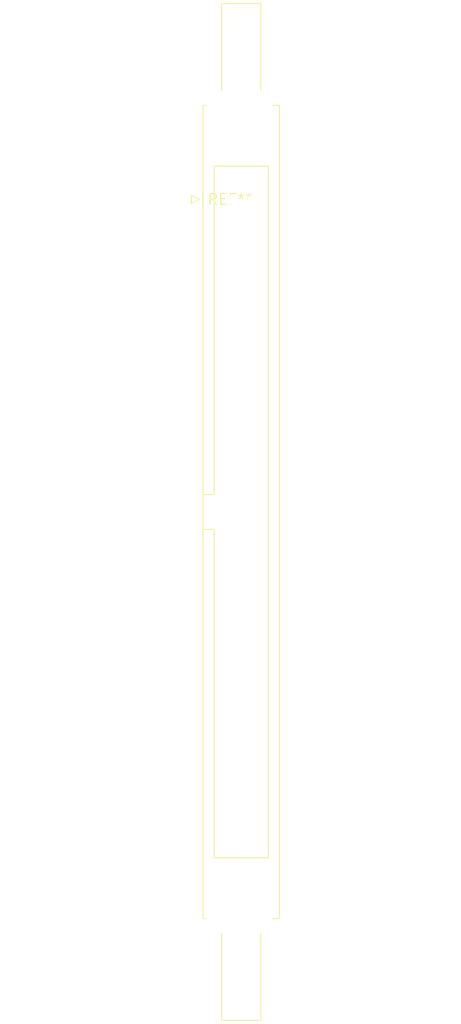
<source format=kicad_pcb>
(kicad_pcb (version 20240108) (generator pcbnew)
  (layers (0 "F.Cu" signal) (31 "B.Cu" signal) (34 "B.Paste" user) (35 "F.Paste" user) (36 "B.SilkS" user "B.Silkscreen") (37 "F.SilkS" user "F.Silkscreen") (38 "B.Mask" user) (39 "F.Mask" user) (44 "Edge.Cuts" user))
  (net 0 "")
  (footprint "IDC-Header_2x30-1MP_P2.54mm_Latch12.0mm_Vertical" (layer "F.Cu") (at 0 0)
    (property "Reference" "REF**")
    (property "Value" "IDC-Header_2x30-1MP_P2.54mm_Latch12.0mm_Vertical")
    (fp_line (start -4.63 -0.5) (end -4.63 0.5) (layer "F.SilkS") (stroke (width 0.12)))
    (fp_line (start -4.63 0.5) (end -3.63 0) (layer "F.SilkS") (stroke (width 0.12)))
    (fp_line (start -3.63 0) (end -4.63 -0.5) (layer "F.SilkS") (stroke (width 0.12)))
    (fp_line (start -3.24 -11.08) (end -3.24 84.74) (layer "F.SilkS") (stroke (width 0.12)))
    (fp_line (start -3.24 34.78) (end -1.93 34.78) (layer "F.SilkS") (stroke (width 0.12)))
    (fp_line (start -3.24 84.74) (end -2.87 84.74) (layer "F.SilkS") (stroke (width 0.12)))
    (fp_line (start -2.87 -11.08) (end -3.24 -11.08) (layer "F.SilkS") (stroke (width 0.12)))
    (fp_line (start -1.93 -3.92) (end 4.47 -3.92) (layer "F.SilkS") (stroke (width 0.12)))
    (fp_line (start -1.93 34.78) (end -1.93 -3.92) (layer "F.SilkS") (stroke (width 0.12)))
    (fp_line (start -1.93 38.88) (end -3.24 38.88) (layer "F.SilkS") (stroke (width 0.12)))
    (fp_line (start -1.93 38.88) (end -1.93 38.88) (layer "F.SilkS") (stroke (width 0.12)))
    (fp_line (start -1.93 77.58) (end -1.93 38.88) (layer "F.SilkS") (stroke (width 0.12)))
    (fp_line (start -1.04 -23.08) (end 3.58 -23.08) (layer "F.SilkS") (stroke (width 0.12)))
    (fp_line (start -1.04 -12.83) (end -1.04 -23.08) (layer "F.SilkS") (stroke (width 0.12)))
    (fp_line (start -1.04 86.49) (end -1.04 96.74) (layer "F.SilkS") (stroke (width 0.12)))
    (fp_line (start -1.04 96.74) (end 3.58 96.74) (layer "F.SilkS") (stroke (width 0.12)))
    (fp_line (start 3.58 -23.08) (end 3.58 -12.83) (layer "F.SilkS") (stroke (width 0.12)))
    (fp_line (start 3.58 96.74) (end 3.58 86.49) (layer "F.SilkS") (stroke (width 0.12)))
    (fp_line (start 4.47 -3.92) (end 4.47 77.58) (layer "F.SilkS") (stroke (width 0.12)))
    (fp_line (start 4.47 77.58) (end -1.93 77.58) (layer "F.SilkS") (stroke (width 0.12)))
    (fp_line (start 4.91 -11.08) (end 5.78 -11.08) (layer "F.SilkS") (stroke (width 0.12)))
    (fp_line (start 5.78 -11.08) (end 5.78 84.74) (layer "F.SilkS") (stroke (width 0.12)))
    (fp_line (start 5.78 84.74) (end 4.91 84.74) (layer "F.SilkS") (stroke (width 0.12)))
    (pad "1" thru_hole roundrect (at 0 0) (size 1.7 1.7) (drill 1) (layers *.Cu *.Mask) (remove_unused_layers) (roundrect_rratio 0.147059))
    (pad "2" thru_hole circle (at 2.54 0) (size 1.7 1.7) (drill 1) (layers *.Cu *.Mask) (remove_unused_layers))
    (pad "3" thru_hole circle (at 0 2.54) (size 1.7 1.7) (drill 1) (layers *.Cu *.Mask) (remove_unused_layers))
    (pad "4" thru_hole circle (at 2.54 2.54) (size 1.7 1.7) (drill 1) (layers *.Cu *.Mask) (remove_unused_layers))
    (pad "5" thru_hole circle (at 0 5.08) (size 1.7 1.7) (drill 1) (layers *.Cu *.Mask) (remove_unused_layers))
    (pad "6" thru_hole circle (at 2.54 5.08) (size 1.7 1.7) (drill 1) (layers *.Cu *.Mask) (remove_unused_layers))
    (pad "7" thru_hole circle (at 0 7.62) (size 1.7 1.7) (drill 1) (layers *.Cu *.Mask) (remove_unused_layers))
    (pad "8" thru_hole circle (at 2.54 7.62) (size 1.7 1.7) (drill 1) (layers *.Cu *.Mask) (remove_unused_layers))
    (pad "9" thru_hole circle (at 0 10.16) (size 1.7 1.7) (drill 1) (layers *.Cu *.Mask) (remove_unused_layers))
    (pad "10" thru_hole circle (at 2.54 10.16) (size 1.7 1.7) (drill 1) (layers *.Cu *.Mask) (remove_unused_layers))
    (pad "11" thru_hole circle (at 0 12.7) (size 1.7 1.7) (drill 1) (layers *.Cu *.Mask) (remove_unused_layers))
    (pad "12" thru_hole circle (at 2.54 12.7) (size 1.7 1.7) (drill 1) (layers *.Cu *.Mask) (remove_unused_layers))
    (pad "13" thru_hole circle (at 0 15.24) (size 1.7 1.7) (drill 1) (layers *.Cu *.Mask) (remove_unused_layers))
    (pad "14" thru_hole circle (at 2.54 15.24) (size 1.7 1.7) (drill 1) (layers *.Cu *.Mask) (remove_unused_layers))
    (pad "15" thru_hole circle (at 0 17.78) (size 1.7 1.7) (drill 1) (layers *.Cu *.Mask) (remove_unused_layers))
    (pad "16" thru_hole circle (at 2.54 17.78) (size 1.7 1.7) (drill 1) (layers *.Cu *.Mask) (remove_unused_layers))
    (pad "17" thru_hole circle (at 0 20.32) (size 1.7 1.7) (drill 1) (layers *.Cu *.Mask) (remove_unused_layers))
    (pad "18" thru_hole circle (at 2.54 20.32) (size 1.7 1.7) (drill 1) (layers *.Cu *.Mask) (remove_unused_layers))
    (pad "19" thru_hole circle (at 0 22.86) (size 1.7 1.7) (drill 1) (layers *.Cu *.Mask) (remove_unused_layers))
    (pad "20" thru_hole circle (at 2.54 22.86) (size 1.7 1.7) (drill 1) (layers *.Cu *.Mask) (remove_unused_layers))
    (pad "21" thru_hole circle (at 0 25.4) (size 1.7 1.7) (drill 1) (layers *.Cu *.Mask) (remove_unused_layers))
    (pad "22" thru_hole circle (at 2.54 25.4) (size 1.7 1.7) (drill 1) (layers *.Cu *.Mask) (remove_unused_layers))
    (pad "23" thru_hole circle (at 0 27.94) (size 1.7 1.7) (drill 1) (layers *.Cu *.Mask) (remove_unused_layers))
    (pad "24" thru_hole circle (at 2.54 27.94) (size 1.7 1.7) (drill 1) (layers *.Cu *.Mask) (remove_unused_layers))
    (pad "25" thru_hole circle (at 0 30.48) (size 1.7 1.7) (drill 1) (layers *.Cu *.Mask) (remove_unused_layers))
    (pad "26" thru_hole circle (at 2.54 30.48) (size 1.7 1.7) (drill 1) (layers *.Cu *.Mask) (remove_unused_layers))
    (pad "27" thru_hole circle (at 0 33.02) (size 1.7 1.7) (drill 1) (layers *.Cu *.Mask) (remove_unused_layers))
    (pad "28" thru_hole circle (at 2.54 33.02) (size 1.7 1.7) (drill 1) (layers *.Cu *.Mask) (remove_unused_layers))
    (pad "29" thru_hole circle (at 0 35.56) (size 1.7 1.7) (drill 1) (layers *.Cu *.Mask) (remove_unused_layers))
    (pad "30" thru_hole circle (at 2.54 35.56) (size 1.7 1.7) (drill 1) (layers *.Cu *.Mask) (remove_unused_layers))
    (pad "31" thru_hole circle (at 0 38.1) (size 1.7 1.7) (drill 1) (layers *.Cu *.Mask) (remove_unused_layers))
    (pad "32" thru_hole circle (at 2.54 38.1) (size 1.7 1.7) (drill 1) (layers *.Cu *.Mask) (remove_unused_layers))
    (pad "33" thru_hole circle (at 0 40.64) (size 1.7 1.7) (drill 1) (layers *.Cu *.Mask) (remove_unused_layers))
    (pad "34" thru_hole circle (at 2.54 40.64) (size 1.7 1.7) (drill 1) (layers *.Cu *.Mask) (remove_unused_layers))
    (pad "35" thru_hole circle (at 0 43.18) (size 1.7 1.7) (drill 1) (layers *.Cu *.Mask) (remove_unused_layers))
    (pad "36" thru_hole circle (at 2.54 43.18) (size 1.7 1.7) (drill 1) (layers *.Cu *.Mask) (remove_unused_layers))
    (pad "37" thru_hole circle (at 0 45.72) (size 1.7 1.7) (drill 1) (layers *.Cu *.Mask) (remove_unused_layers))
    (pad "38" thru_hole circle (at 2.54 45.72) (size 1.7 1.7) (drill 1) (layers *.Cu *.Mask) (remove_unused_layers))
    (pad "39" thru_hole circle (at 0 48.26) (size 1.7 1.7) (drill 1) (layers *.Cu *.Mask) (remove_unused_layers))
    (pad "40" thru_hole circle (at 2.54 48.26) (size 1.7 1.7) (drill 1) (layers *.Cu *.Mask) (remove_unused_layers))
    (pad "41" thru_hole circle (at 0 50.8) (size 1.7 1.7) (drill 1) (layers *.Cu *.Mask) (remove_unused_layers))
    (pad "42" thru_hole circle (at 2.54 50.8) (size 1.7 1.7) (drill 1) (layers *.Cu *.Mask) (remove_unused_layers))
    (pad "43" thru_hole circle (at 0 53.34) (size 1.7 1.7) (drill 1) (layers *.Cu *.Mask) (remove_unused_layers))
    (pad "44" thru_hole circle (at 2.54 53.34) (size 1.7 1.7) (drill 1) (layers *.Cu *.Mask) (remove_unused_layers))
    (pad "45" thru_hole circle (at 0 55.88) (size 1.7 1.7) (drill 1) (layers *.Cu *.Mask) (remove_unused_layers))
    (pad "46" thru_hole circle (at 2.54 55.88) (size 1.7 1.7) (drill 1) (layers *.Cu *.Mask) (remove_unused_layers))
    (pad "47" thru_hole circle (at 0 58.42) (size 1.7 1.7) (drill 1) (layers *.Cu *.Mask) (remove_unused_layers))
    (pad "48" thru_hole circle (at 2.54 58.42) (size 1.7 1.7) (drill 1) (layers *.Cu *.Mask) (remove_unused_layers))
    (pad "49" thru_hole circle (at 0 60.96) (size 1.7 1.7) (drill 1) (layers *.Cu *.Mask) (remove_unused_layers))
    (pad "50" thru_hole circle (at 2.54 60.96) (size 1.7 1.7) (drill 1) (layers *.Cu *.Mask) (remove_unused_layers))
    (pad "51" thru_hole circle (at 0 63.5) (size 1.7 1.7) (drill 1) (layers *.Cu *.Mask) (remove_unused_layers))
    (pad "52" thru_hole circle (at 2.54 63.5) (size 1.7 1.7) (drill 1) (layers *.Cu *.Mask) (remove_unused_layers))
    (pad "53" thru_hole circle (at 0 66.04) (size 1.7 1.7) (drill 1) (layers *.Cu *.Mask) (remove_unused_layers))
    (pad "54" thru_hole circle (at 2.54 66.04) (size 1.7 1.7) (drill 1) (layers *.Cu *.Mask) (remove_unused_layers))
    (pad "55" thru_hole circle (at 0 68.58) (size 1.7 1.7) (drill 1) (layers *.Cu *.Mask) (remove_unused_layers))
    (pad "56" thru_hole circle (at 2.54 68.58) (size 1.7 1.7) (drill 1) (layers *.Cu *.Mask) (remove_unused_layers))
    (pad "57" thru_hole circle (at 0 71.12) (size 1.7 1.7) (drill 1) (layers *.Cu *.Mask) (remove_unused_layers))
    (pad "58" thru_hole circle (at 2.54 71.12) (size 1.7 1.7) (drill 1) (layers *.Cu *.Mask) (remove_unused_layers))
    (pad "59" thru_hole circle (at 0 73.66) (size 1.7 1.7) (drill 1) (layers *.Cu *.Mask) (remove_unused_layers))
    (pad "60" thru_hole circle (at 2.54 73.66) (size 1.7 1.7) (drill 1) (layers *.Cu *.Mask) (remove_unused_layers))
    (pad "MP" thru_hole circle (at 1.02 -8.94) (size 8 8) (drill 2.69) (layers *.Cu *.Mask) (remove_unused_layers))
    (pad "MP" thru_hole circle (at 1.02 82.6) (size 8 8) (drill 2.69) (layers *.Cu *.Mask) (remove_unused_layers))
  )
)
</source>
